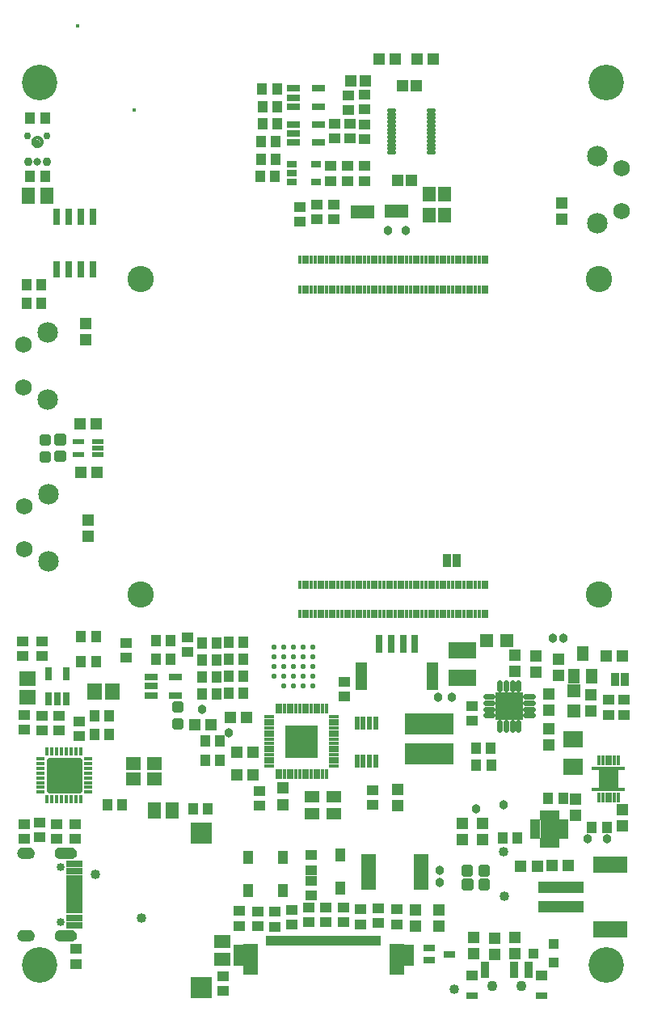
<source format=gbr>
G04 EAGLE Gerber RS-274X export*
G75*
%MOMM*%
%FSLAX34Y34*%
%LPD*%
%INSoldermask Top*%
%IPPOS*%
%AMOC8*
5,1,8,0,0,1.08239X$1,22.5*%
G01*
%ADD10R,1.124100X1.173400*%
%ADD11R,1.173400X1.124100*%
%ADD12R,2.903200X1.803200*%
%ADD13C,0.505344*%
%ADD14R,1.003200X1.353200*%
%ADD15C,0.965200*%
%ADD16R,1.653200X0.503200*%
%ADD17R,1.653200X0.803200*%
%ADD18R,1.653200X0.753200*%
%ADD19C,0.853200*%
%ADD20R,4.803200X1.203200*%
%ADD21R,3.603200X1.803200*%
%ADD22R,5.203200X2.203200*%
%ADD23R,1.603200X3.763200*%
%ADD24R,1.403200X1.403200*%
%ADD25R,2.203200X2.203200*%
%ADD26R,1.403200X1.603200*%
%ADD27R,1.253200X0.703200*%
%ADD28R,1.303200X1.203200*%
%ADD29R,1.203200X1.303200*%
%ADD30R,2.003200X1.803200*%
%ADD31R,0.403200X0.903200*%
%ADD32C,2.753200*%
%ADD33R,0.903200X1.703200*%
%ADD34R,1.203200X0.803200*%
%ADD35R,1.203200X1.003200*%
%ADD36C,1.103200*%
%ADD37R,0.838200X1.473200*%
%ADD38R,1.203200X1.603200*%
%ADD39C,3.719200*%
%ADD40R,2.903200X2.903200*%
%ADD41C,0.553200*%
%ADD42C,1.111200*%
%ADD43R,1.219200X0.558800*%
%ADD44R,0.403200X1.053200*%
%ADD45R,2.153200X2.153200*%
%ADD46R,1.203200X0.453200*%
%ADD47R,3.500000X0.450000*%
%ADD48R,1.053200X0.483200*%
%ADD49R,0.483200X1.053200*%
%ADD50R,1.903200X1.903200*%
%ADD51R,1.403200X0.753200*%
%ADD52R,0.503200X1.003200*%
%ADD53R,1.503200X3.253200*%
%ADD54C,0.555478*%
%ADD55R,0.350000X0.900000*%
%ADD56R,0.900000X0.350000*%
%ADD57R,1.603200X1.403200*%
%ADD58R,1.443200X1.703200*%
%ADD59R,1.703200X1.443200*%
%ADD60R,0.403200X0.403200*%
%ADD61R,0.609600X1.422400*%
%ADD62R,0.803200X1.903200*%
%ADD63R,1.203200X3.003200*%
%ADD64C,0.431800*%
%ADD65R,0.753200X1.403200*%
%ADD66R,1.703200X1.503200*%
%ADD67R,1.503200X1.703200*%
%ADD68R,1.016000X0.381000*%
%ADD69R,0.381000X1.016000*%
%ADD70R,3.403600X3.403600*%
%ADD71C,0.558800*%
%ADD72R,1.503200X1.253200*%
%ADD73R,1.103200X1.003200*%
%ADD74C,1.743200*%
%ADD75C,2.153200*%
%ADD76R,1.203200X1.173200*%
%ADD77R,1.003200X0.753200*%
%ADD78C,0.320000*%
%ADD79C,0.815200*%
%ADD80C,0.926200*%
%ADD81C,0.765200*%
%ADD82C,0.553200*%
%ADD83R,0.736600X1.663700*%
%ADD84C,1.016000*%

G36*
X257202Y84595D02*
X257202Y84595D01*
X257204Y84594D01*
X257247Y84614D01*
X257291Y84632D01*
X257291Y84634D01*
X257293Y84635D01*
X257326Y84720D01*
X257326Y106720D01*
X257325Y106722D01*
X257326Y106724D01*
X257306Y106767D01*
X257288Y106811D01*
X257286Y106811D01*
X257285Y106813D01*
X257200Y106846D01*
X246200Y106846D01*
X246198Y106845D01*
X246196Y106846D01*
X246153Y106826D01*
X246109Y106808D01*
X246109Y106806D01*
X246107Y106805D01*
X246074Y106720D01*
X246074Y84720D01*
X246075Y84718D01*
X246074Y84716D01*
X246094Y84673D01*
X246112Y84629D01*
X246114Y84629D01*
X246115Y84627D01*
X246200Y84594D01*
X257200Y84594D01*
X257202Y84595D01*
G37*
G36*
X434202Y84595D02*
X434202Y84595D01*
X434204Y84594D01*
X434247Y84614D01*
X434291Y84632D01*
X434291Y84634D01*
X434293Y84635D01*
X434326Y84720D01*
X434326Y106720D01*
X434325Y106722D01*
X434326Y106724D01*
X434306Y106767D01*
X434288Y106811D01*
X434286Y106811D01*
X434285Y106813D01*
X434200Y106846D01*
X423200Y106846D01*
X423198Y106845D01*
X423196Y106846D01*
X423153Y106826D01*
X423109Y106808D01*
X423109Y106806D01*
X423107Y106805D01*
X423074Y106720D01*
X423074Y84720D01*
X423075Y84718D01*
X423074Y84716D01*
X423094Y84673D01*
X423112Y84629D01*
X423114Y84629D01*
X423115Y84627D01*
X423200Y84594D01*
X434200Y84594D01*
X434202Y84595D01*
G37*
G36*
X76125Y196434D02*
X76125Y196434D01*
X76127Y196431D01*
X77407Y196626D01*
X77413Y196632D01*
X77417Y196629D01*
X78621Y197104D01*
X78626Y197111D01*
X78631Y197109D01*
X79699Y197840D01*
X79702Y197847D01*
X79708Y197847D01*
X80587Y198797D01*
X80587Y198805D01*
X80593Y198806D01*
X81238Y199927D01*
X81237Y199936D01*
X81243Y199938D01*
X81622Y201175D01*
X81620Y201183D01*
X81624Y201186D01*
X81719Y202476D01*
X81716Y202481D01*
X81719Y202483D01*
X81652Y203614D01*
X81647Y203619D01*
X81651Y203623D01*
X81364Y204720D01*
X81358Y204724D01*
X81361Y204729D01*
X80866Y205748D01*
X80860Y205751D01*
X80861Y205756D01*
X80177Y206659D01*
X80170Y206661D01*
X80170Y206666D01*
X79323Y207419D01*
X79316Y207419D01*
X79315Y207424D01*
X78338Y207997D01*
X78331Y207996D01*
X78329Y208001D01*
X77258Y208372D01*
X77252Y208369D01*
X77249Y208374D01*
X76127Y208529D01*
X76122Y208526D01*
X76120Y208529D01*
X64120Y208529D01*
X64115Y208526D01*
X64112Y208529D01*
X62845Y208324D01*
X62839Y208318D01*
X62835Y208321D01*
X61645Y207839D01*
X61641Y207832D01*
X61635Y207834D01*
X60582Y207100D01*
X60580Y207092D01*
X60574Y207093D01*
X59711Y206143D01*
X59710Y206134D01*
X59705Y206134D01*
X59075Y205015D01*
X59076Y205007D01*
X59070Y205005D01*
X58705Y203775D01*
X58708Y203767D01*
X58703Y203764D01*
X58621Y202483D01*
X58624Y202479D01*
X58621Y202477D01*
X58703Y201196D01*
X58709Y201190D01*
X58705Y201185D01*
X59070Y199955D01*
X59077Y199950D01*
X59075Y199945D01*
X59705Y198826D01*
X59712Y198823D01*
X59711Y198817D01*
X60574Y197867D01*
X60582Y197866D01*
X60582Y197860D01*
X61635Y197126D01*
X61643Y197126D01*
X61645Y197121D01*
X62835Y196639D01*
X62842Y196641D01*
X62845Y196636D01*
X64112Y196431D01*
X64117Y196434D01*
X64120Y196431D01*
X76120Y196431D01*
X76125Y196434D01*
G37*
G36*
X76125Y110034D02*
X76125Y110034D01*
X76127Y110031D01*
X77407Y110226D01*
X77413Y110232D01*
X77417Y110229D01*
X78621Y110704D01*
X78626Y110711D01*
X78631Y110709D01*
X79699Y111440D01*
X79702Y111447D01*
X79708Y111447D01*
X80587Y112397D01*
X80587Y112405D01*
X80593Y112406D01*
X81238Y113527D01*
X81237Y113536D01*
X81243Y113538D01*
X81622Y114775D01*
X81620Y114783D01*
X81624Y114786D01*
X81719Y116076D01*
X81716Y116081D01*
X81719Y116083D01*
X81652Y117214D01*
X81647Y117219D01*
X81651Y117223D01*
X81364Y118320D01*
X81358Y118324D01*
X81361Y118329D01*
X80866Y119348D01*
X80860Y119351D01*
X80861Y119356D01*
X80177Y120259D01*
X80170Y120261D01*
X80170Y120266D01*
X79323Y121019D01*
X79316Y121019D01*
X79315Y121024D01*
X78338Y121597D01*
X78331Y121596D01*
X78329Y121601D01*
X77258Y121972D01*
X77252Y121969D01*
X77249Y121974D01*
X76127Y122129D01*
X76122Y122126D01*
X76120Y122129D01*
X64120Y122129D01*
X64115Y122126D01*
X64112Y122129D01*
X62845Y121924D01*
X62839Y121918D01*
X62835Y121921D01*
X61645Y121439D01*
X61641Y121432D01*
X61635Y121434D01*
X60582Y120700D01*
X60580Y120692D01*
X60574Y120693D01*
X59711Y119743D01*
X59710Y119734D01*
X59705Y119734D01*
X59075Y118615D01*
X59076Y118607D01*
X59070Y118605D01*
X58705Y117375D01*
X58708Y117367D01*
X58703Y117364D01*
X58621Y116083D01*
X58624Y116079D01*
X58621Y116077D01*
X58703Y114796D01*
X58709Y114790D01*
X58705Y114785D01*
X59070Y113555D01*
X59077Y113550D01*
X59075Y113545D01*
X59705Y112426D01*
X59712Y112423D01*
X59711Y112417D01*
X60574Y111467D01*
X60582Y111466D01*
X60582Y111460D01*
X61635Y110726D01*
X61643Y110726D01*
X61645Y110721D01*
X62835Y110239D01*
X62842Y110241D01*
X62845Y110236D01*
X64112Y110031D01*
X64117Y110034D01*
X64120Y110031D01*
X76120Y110031D01*
X76125Y110034D01*
G37*
G36*
X31323Y196433D02*
X31323Y196433D01*
X31325Y196431D01*
X32501Y196542D01*
X32506Y196547D01*
X32510Y196544D01*
X33642Y196882D01*
X33646Y196888D01*
X33651Y196886D01*
X34695Y197438D01*
X34698Y197445D01*
X34703Y197443D01*
X35619Y198189D01*
X35620Y198196D01*
X35626Y198196D01*
X36379Y199106D01*
X36379Y199113D01*
X36384Y199114D01*
X36945Y200153D01*
X36944Y200158D01*
X36948Y200160D01*
X36947Y200161D01*
X36949Y200162D01*
X37296Y201291D01*
X37296Y201292D01*
X37297Y201293D01*
X37294Y201297D01*
X37298Y201300D01*
X37419Y202475D01*
X37415Y202482D01*
X37419Y202486D01*
X37262Y203826D01*
X37257Y203832D01*
X37260Y203837D01*
X36809Y205108D01*
X36802Y205113D01*
X36804Y205118D01*
X36082Y206257D01*
X36074Y206260D01*
X36075Y206266D01*
X35117Y207216D01*
X35109Y207217D01*
X35108Y207223D01*
X33963Y207936D01*
X33955Y207935D01*
X33953Y207941D01*
X32677Y208381D01*
X32670Y208379D01*
X32667Y208383D01*
X31325Y208529D01*
X31322Y208527D01*
X31320Y208529D01*
X25320Y208529D01*
X25317Y208527D01*
X25314Y208529D01*
X23985Y208374D01*
X23979Y208368D01*
X23975Y208371D01*
X22714Y207924D01*
X22709Y207917D01*
X22704Y207919D01*
X21574Y207202D01*
X21571Y207195D01*
X21565Y207196D01*
X20623Y206246D01*
X20622Y206237D01*
X20616Y206237D01*
X19909Y205101D01*
X19910Y205093D01*
X19904Y205091D01*
X19468Y203826D01*
X19470Y203818D01*
X19465Y203816D01*
X19321Y202485D01*
X19325Y202479D01*
X19321Y202475D01*
X19431Y201309D01*
X19436Y201304D01*
X19433Y201300D01*
X19768Y200177D01*
X19774Y200173D01*
X19772Y200169D01*
X20320Y199133D01*
X20326Y199130D01*
X20325Y199125D01*
X21064Y198217D01*
X21071Y198215D01*
X21071Y198210D01*
X21973Y197463D01*
X21981Y197463D01*
X21981Y197458D01*
X23012Y196901D01*
X23019Y196902D01*
X23021Y196897D01*
X24140Y196553D01*
X24147Y196555D01*
X24150Y196551D01*
X25315Y196431D01*
X25318Y196433D01*
X25320Y196431D01*
X31320Y196431D01*
X31323Y196433D01*
G37*
G36*
X31323Y110033D02*
X31323Y110033D01*
X31325Y110031D01*
X32501Y110142D01*
X32506Y110147D01*
X32510Y110144D01*
X33642Y110482D01*
X33646Y110488D01*
X33651Y110486D01*
X34695Y111038D01*
X34698Y111045D01*
X34703Y111043D01*
X35619Y111789D01*
X35620Y111796D01*
X35626Y111796D01*
X36379Y112706D01*
X36379Y112713D01*
X36384Y112714D01*
X36945Y113753D01*
X36944Y113758D01*
X36948Y113760D01*
X36947Y113761D01*
X36949Y113762D01*
X37296Y114891D01*
X37296Y114892D01*
X37297Y114893D01*
X37294Y114897D01*
X37298Y114900D01*
X37419Y116075D01*
X37415Y116082D01*
X37419Y116086D01*
X37262Y117426D01*
X37257Y117432D01*
X37260Y117437D01*
X36809Y118708D01*
X36802Y118713D01*
X36804Y118718D01*
X36082Y119857D01*
X36074Y119860D01*
X36075Y119866D01*
X35117Y120816D01*
X35109Y120817D01*
X35108Y120823D01*
X33963Y121536D01*
X33955Y121535D01*
X33953Y121541D01*
X32677Y121981D01*
X32670Y121979D01*
X32667Y121983D01*
X31325Y122129D01*
X31322Y122127D01*
X31320Y122129D01*
X25320Y122129D01*
X25317Y122127D01*
X25314Y122129D01*
X23985Y121974D01*
X23979Y121968D01*
X23975Y121971D01*
X22714Y121524D01*
X22709Y121517D01*
X22704Y121519D01*
X21574Y120802D01*
X21571Y120795D01*
X21565Y120796D01*
X20623Y119846D01*
X20622Y119837D01*
X20616Y119837D01*
X19909Y118701D01*
X19910Y118693D01*
X19904Y118691D01*
X19468Y117426D01*
X19470Y117418D01*
X19465Y117416D01*
X19321Y116085D01*
X19325Y116079D01*
X19321Y116075D01*
X19431Y114909D01*
X19436Y114904D01*
X19433Y114900D01*
X19768Y113777D01*
X19774Y113773D01*
X19772Y113769D01*
X20320Y112733D01*
X20326Y112730D01*
X20325Y112725D01*
X21064Y111817D01*
X21071Y111815D01*
X21071Y111810D01*
X21973Y111063D01*
X21981Y111063D01*
X21981Y111058D01*
X23012Y110501D01*
X23019Y110502D01*
X23021Y110497D01*
X24140Y110153D01*
X24147Y110155D01*
X24150Y110151D01*
X25315Y110031D01*
X25318Y110033D01*
X25320Y110031D01*
X31320Y110031D01*
X31323Y110033D01*
G37*
D10*
X499634Y312530D03*
X515126Y312530D03*
D11*
X324420Y130034D03*
X324420Y145526D03*
X342480Y130224D03*
X342480Y145716D03*
X306870Y127884D03*
X306870Y143376D03*
X289040Y125544D03*
X289040Y141036D03*
X251830Y141806D03*
X251830Y126314D03*
X271210Y125944D03*
X271210Y141436D03*
X327188Y157922D03*
X327188Y173414D03*
X416840Y143576D03*
X416840Y128084D03*
X327494Y184798D03*
X327494Y200290D03*
X638570Y347368D03*
X638570Y362860D03*
X495364Y356466D03*
X495364Y340974D03*
X654532Y347448D03*
X654532Y362940D03*
D10*
X575468Y259730D03*
X590960Y259730D03*
X543264Y218674D03*
X527772Y218674D03*
X621274Y229320D03*
X636766Y229320D03*
D11*
X365752Y995858D03*
X365752Y980366D03*
X81120Y102106D03*
X81120Y86614D03*
X351922Y966308D03*
X351922Y950816D03*
X383162Y996348D03*
X383162Y980856D03*
D10*
X291368Y1002052D03*
X275876Y1002052D03*
X291868Y966052D03*
X276376Y966052D03*
D11*
X382682Y965268D03*
X382682Y949776D03*
X367492Y966038D03*
X367492Y950546D03*
D10*
X500134Y294970D03*
X515626Y294970D03*
D11*
X397450Y129234D03*
X397450Y144726D03*
D12*
X485630Y386410D03*
X485630Y414410D03*
D10*
X291668Y983952D03*
X276176Y983952D03*
D11*
X378620Y128164D03*
X378620Y143656D03*
X360920Y129934D03*
X360920Y145426D03*
D13*
X67694Y631870D02*
X60714Y631870D01*
X60714Y638850D01*
X67694Y638850D01*
X67694Y631870D01*
X67694Y636670D02*
X60714Y636670D01*
X60714Y614330D02*
X67694Y614330D01*
X60714Y614330D02*
X60714Y621310D01*
X67694Y621310D01*
X67694Y614330D01*
X67694Y619130D02*
X60714Y619130D01*
D14*
X260990Y163340D03*
X260990Y198340D03*
X297480Y198200D03*
X297480Y163200D03*
X357540Y165680D03*
X357540Y200680D03*
D13*
X494498Y173204D02*
X494498Y166224D01*
X487518Y166224D01*
X487518Y173204D01*
X494498Y173204D01*
X494498Y171024D02*
X487518Y171024D01*
X512038Y173204D02*
X512038Y166224D01*
X505058Y166224D01*
X505058Y173204D01*
X512038Y173204D01*
X512038Y171024D02*
X505058Y171024D01*
X504738Y180664D02*
X504738Y187644D01*
X511718Y187644D01*
X511718Y180664D01*
X504738Y180664D01*
X504738Y185464D02*
X511718Y185464D01*
X487198Y187644D02*
X487198Y180664D01*
X487198Y187644D02*
X494178Y187644D01*
X494178Y180664D01*
X487198Y180664D01*
X487198Y185464D02*
X494178Y185464D01*
D15*
X591660Y427350D03*
D16*
X79320Y151780D03*
X79320Y156780D03*
D17*
X79320Y127030D03*
D18*
X79320Y134780D03*
D16*
X79320Y141780D03*
X79320Y146780D03*
X79320Y166780D03*
X79320Y161780D03*
D17*
X79320Y191530D03*
D18*
X79320Y183780D03*
D16*
X79320Y176780D03*
X79320Y171780D03*
D19*
X64870Y188180D03*
X64870Y130380D03*
D20*
X588640Y166430D03*
X588640Y146430D03*
D21*
X640640Y190430D03*
X640640Y122430D03*
D22*
X450796Y306166D03*
X450796Y338166D03*
D23*
X441930Y183230D03*
X387330Y183230D03*
D24*
X602530Y351640D03*
X602530Y372640D03*
X511120Y424650D03*
X532120Y424650D03*
D13*
X52310Y631408D02*
X45330Y631408D01*
X45330Y638388D01*
X52310Y638388D01*
X52310Y631408D01*
X52310Y636208D02*
X45330Y636208D01*
X45330Y613868D02*
X52310Y613868D01*
X45330Y613868D02*
X45330Y620848D01*
X52310Y620848D01*
X52310Y613868D01*
X52310Y618668D02*
X45330Y618668D01*
D25*
X212030Y61710D03*
X212030Y223710D03*
D26*
X450860Y870230D03*
X450860Y892230D03*
X466860Y870230D03*
X466860Y892230D03*
D27*
X450650Y103270D03*
X450650Y90270D03*
X471650Y96770D03*
D28*
X575960Y332350D03*
X575960Y315350D03*
D29*
X85310Y651552D03*
X102310Y651552D03*
D28*
X461010Y142930D03*
X461010Y125930D03*
D30*
X601656Y293330D03*
X601656Y321330D03*
D28*
X519050Y96750D03*
X519050Y113750D03*
D29*
X437968Y1033442D03*
X454968Y1033442D03*
X415472Y1033356D03*
X398472Y1033356D03*
D28*
X575960Y369340D03*
X575960Y352340D03*
X620068Y351206D03*
X620068Y368206D03*
X485870Y216430D03*
X485870Y233430D03*
D29*
X563820Y188860D03*
X546820Y188860D03*
D28*
X604308Y242384D03*
X604308Y259384D03*
D29*
X653298Y409050D03*
X636298Y409050D03*
D28*
X540270Y409670D03*
X540270Y392670D03*
X652960Y248420D03*
X652960Y231420D03*
X585900Y388390D03*
X585900Y405390D03*
X562700Y392070D03*
X562700Y409070D03*
D29*
X596328Y189758D03*
X579328Y189758D03*
D28*
X506660Y233550D03*
X506660Y216550D03*
D29*
X85464Y600708D03*
X102464Y600708D03*
D28*
X436400Y143090D03*
X436400Y126090D03*
D31*
X315220Y452790D03*
X315220Y483590D03*
X319220Y452790D03*
X319220Y483590D03*
X323220Y452790D03*
X323220Y483590D03*
X327220Y452790D03*
X327220Y483590D03*
X331220Y452790D03*
X331220Y483590D03*
X335220Y452790D03*
X335220Y483590D03*
X339220Y452790D03*
X339220Y483590D03*
X343220Y452790D03*
X343220Y483590D03*
X347220Y452790D03*
X347220Y483590D03*
X351220Y452790D03*
X351220Y483590D03*
X355220Y452790D03*
X355220Y483590D03*
X359220Y452790D03*
X359220Y483590D03*
X363220Y452790D03*
X363220Y483590D03*
X367220Y452790D03*
X367220Y483590D03*
X371220Y452790D03*
X371220Y483590D03*
X375220Y452790D03*
X375220Y483590D03*
X379220Y452790D03*
X379220Y483590D03*
X383220Y452790D03*
X383220Y483590D03*
X387220Y452790D03*
X387220Y483590D03*
X391220Y452790D03*
X391220Y483590D03*
X395220Y452790D03*
X395220Y483590D03*
X399220Y452790D03*
X399220Y483590D03*
X403220Y452790D03*
X403220Y483590D03*
X407220Y452790D03*
X407220Y483590D03*
X411220Y452790D03*
X411220Y483590D03*
X415220Y452790D03*
X415220Y483590D03*
X419220Y452790D03*
X419220Y483590D03*
X423220Y452790D03*
X423220Y483590D03*
X427220Y452790D03*
X427220Y483590D03*
X431220Y452790D03*
X431220Y483590D03*
X435220Y452790D03*
X435220Y483590D03*
X439220Y452790D03*
X439220Y483590D03*
X443220Y452790D03*
X443220Y483590D03*
X447220Y452790D03*
X447220Y483590D03*
X451220Y452790D03*
X451220Y483590D03*
X455220Y452790D03*
X455220Y483590D03*
X459220Y452790D03*
X459220Y483590D03*
X463220Y452790D03*
X463220Y483590D03*
X467220Y452790D03*
X467220Y483590D03*
X471220Y452790D03*
X471220Y483590D03*
X475220Y452790D03*
X475220Y483590D03*
X479220Y452790D03*
X479220Y483590D03*
X483220Y452790D03*
X483220Y483590D03*
X487220Y452790D03*
X487220Y483590D03*
X491220Y452790D03*
X491220Y483590D03*
X495220Y452790D03*
X495220Y483590D03*
X499220Y452790D03*
X499220Y483590D03*
X503220Y452790D03*
X503220Y483590D03*
X507220Y452790D03*
X507220Y483590D03*
X511220Y452790D03*
X511220Y483590D03*
X315220Y792790D03*
X315220Y823590D03*
X319220Y792790D03*
X319220Y823590D03*
X323220Y792790D03*
X323220Y823590D03*
X327220Y792790D03*
X327220Y823590D03*
X331220Y792790D03*
X331220Y823590D03*
X335220Y792790D03*
X335220Y823590D03*
X339220Y792790D03*
X339220Y823590D03*
X343220Y792790D03*
X343220Y823590D03*
X347220Y792790D03*
X347220Y823590D03*
X351220Y792790D03*
X351220Y823590D03*
X355220Y792790D03*
X355220Y823590D03*
X359220Y792790D03*
X359220Y823590D03*
X363220Y792790D03*
X363220Y823590D03*
X367220Y792790D03*
X367220Y823590D03*
X371220Y792790D03*
X371220Y823590D03*
X375220Y792790D03*
X375220Y823590D03*
X379220Y792790D03*
X379220Y823590D03*
X383220Y792790D03*
X383220Y823590D03*
X387220Y792790D03*
X387220Y823590D03*
X391220Y792790D03*
X391220Y823590D03*
X395220Y792790D03*
X395220Y823590D03*
X399220Y792790D03*
X399220Y823590D03*
X403220Y792790D03*
X403220Y823590D03*
X407220Y792790D03*
X407220Y823590D03*
X411220Y792790D03*
X411220Y823590D03*
X415220Y792790D03*
X415220Y823590D03*
X419220Y792790D03*
X419220Y823590D03*
X423220Y792790D03*
X423220Y823590D03*
X427220Y792790D03*
X427220Y823590D03*
X431220Y792790D03*
X431220Y823590D03*
X435220Y792790D03*
X435220Y823590D03*
X439220Y792790D03*
X439220Y823590D03*
X443220Y792790D03*
X443220Y823590D03*
X447220Y792790D03*
X447220Y823590D03*
X451220Y792790D03*
X451220Y823590D03*
X455220Y792790D03*
X455220Y823590D03*
X459220Y792790D03*
X459220Y823590D03*
X463220Y792790D03*
X463220Y823590D03*
X467220Y792790D03*
X467220Y823590D03*
X471220Y792790D03*
X471220Y823590D03*
X475220Y792790D03*
X475220Y823590D03*
X479220Y792790D03*
X479220Y823590D03*
X483220Y792790D03*
X483220Y823590D03*
X487220Y792790D03*
X487220Y823590D03*
X491220Y792790D03*
X491220Y823590D03*
X495220Y792790D03*
X495220Y823590D03*
X499220Y792790D03*
X499220Y823590D03*
X503220Y792790D03*
X503220Y823590D03*
X507220Y792790D03*
X507220Y823590D03*
X511220Y792790D03*
X511220Y823590D03*
D32*
X628220Y803190D03*
X628220Y473190D03*
X148220Y473190D03*
X148220Y803190D03*
D15*
X580230Y427350D03*
D33*
X554600Y80720D03*
X539600Y80720D03*
X509600Y80720D03*
D34*
X568600Y53220D03*
D35*
X568600Y74220D03*
D34*
X495600Y53220D03*
D35*
X495600Y74220D03*
D36*
X547100Y63220D03*
X517100Y63220D03*
D37*
X645812Y384352D03*
X655972Y384352D03*
X479852Y508732D03*
X469692Y508732D03*
D38*
X611880Y411780D03*
X621380Y387780D03*
X602380Y387780D03*
D39*
X636110Y1009010D03*
X43020Y1009010D03*
D40*
X534340Y356580D03*
D41*
X516840Y366330D02*
X509840Y366330D01*
X509840Y359830D02*
X516840Y359830D01*
X516840Y353330D02*
X509840Y353330D01*
X509840Y346830D02*
X516840Y346830D01*
X524590Y339080D02*
X524590Y332080D01*
X531090Y332080D02*
X531090Y339080D01*
X537590Y339080D02*
X537590Y332080D01*
X544090Y332080D02*
X544090Y339080D01*
X551840Y346830D02*
X558840Y346830D01*
X558840Y353330D02*
X551840Y353330D01*
X551840Y359830D02*
X558840Y359830D01*
X558840Y366330D02*
X551840Y366330D01*
X544090Y374080D02*
X544090Y381080D01*
X537590Y381080D02*
X537590Y374080D01*
X531090Y374080D02*
X531090Y381080D01*
X524590Y381080D02*
X524590Y374080D01*
D42*
X534340Y356580D03*
X525340Y365580D03*
X543340Y365580D03*
X543340Y347580D03*
X525340Y347580D03*
D43*
X103924Y619666D03*
X103924Y626270D03*
X103924Y632874D03*
X83604Y632874D03*
X83604Y619666D03*
D44*
X648658Y300034D03*
X644658Y300034D03*
X640658Y300034D03*
X636658Y300034D03*
X632658Y300034D03*
X628658Y300034D03*
X628658Y260534D03*
X632658Y260534D03*
X636658Y260534D03*
X640658Y260534D03*
X644658Y260534D03*
X648658Y260534D03*
D45*
X638658Y280284D03*
D46*
X650158Y269284D03*
X627158Y291284D03*
X650158Y291284D03*
X627158Y269284D03*
D47*
X638658Y269284D03*
X638658Y291284D03*
D48*
X591470Y220220D03*
X591470Y225220D03*
X591470Y230220D03*
X591470Y235220D03*
D49*
X584220Y242470D03*
X579220Y242470D03*
X574220Y242470D03*
X569220Y242470D03*
D48*
X561970Y235220D03*
X561970Y230220D03*
X561970Y225220D03*
X561970Y220220D03*
D49*
X569220Y212970D03*
X574220Y212970D03*
X579220Y212970D03*
X584220Y212970D03*
D50*
X576720Y227720D03*
D51*
X308811Y1003022D03*
X308811Y993522D03*
X308811Y984022D03*
X334813Y984022D03*
X334813Y1003022D03*
X308811Y965482D03*
X308811Y955982D03*
X308811Y946482D03*
X334813Y946482D03*
X334813Y965482D03*
D39*
X43020Y85720D03*
X636110Y85720D03*
D15*
X474820Y365882D03*
X637380Y217800D03*
X462120Y184780D03*
X462120Y172080D03*
X407510Y854070D03*
X426560Y854070D03*
X528414Y253360D03*
X460088Y365882D03*
X617060Y217800D03*
X499966Y248788D03*
D52*
X282700Y110720D03*
X287700Y110720D03*
X292700Y110720D03*
X297700Y110720D03*
X302700Y110720D03*
X307700Y110720D03*
X312700Y110720D03*
X317700Y110720D03*
X322700Y110720D03*
X327700Y110720D03*
X332700Y110720D03*
X337700Y110720D03*
X342700Y110720D03*
X347700Y110720D03*
X352700Y110720D03*
X357700Y110720D03*
X362700Y110720D03*
X367700Y110720D03*
X372700Y110720D03*
X377700Y110720D03*
X382700Y110720D03*
X387700Y110720D03*
X392700Y110720D03*
X397700Y110720D03*
D53*
X263700Y91470D03*
X416700Y91470D03*
D54*
X83905Y268101D02*
X83905Y299579D01*
X83905Y268101D02*
X52427Y268101D01*
X52427Y299579D01*
X83905Y299579D01*
X83905Y273378D02*
X52427Y273378D01*
X52427Y278655D02*
X83905Y278655D01*
X83905Y283932D02*
X52427Y283932D01*
X52427Y289209D02*
X83905Y289209D01*
X83905Y294486D02*
X52427Y294486D01*
D55*
X50666Y258840D03*
X55666Y258840D03*
X60666Y258840D03*
X65666Y258840D03*
X70666Y258840D03*
X75666Y258840D03*
X80666Y258840D03*
X85666Y258840D03*
D56*
X93166Y266340D03*
X93166Y271340D03*
X93166Y276340D03*
X93166Y281340D03*
X93166Y286340D03*
X93166Y291340D03*
X93166Y296340D03*
X93166Y301340D03*
D55*
X85666Y308840D03*
X80666Y308840D03*
X75666Y308840D03*
X70666Y308840D03*
X65666Y308840D03*
X60666Y308840D03*
X55666Y308840D03*
X50666Y308840D03*
D56*
X43166Y301340D03*
X43166Y296340D03*
X43166Y291340D03*
X43166Y286340D03*
X43166Y281340D03*
X43166Y276340D03*
X43166Y271340D03*
X43166Y266340D03*
D11*
X26510Y233166D03*
X26510Y217674D03*
X79850Y233166D03*
X79850Y217674D03*
D57*
X140506Y296196D03*
X162506Y296196D03*
X140506Y280196D03*
X162506Y280196D03*
D11*
X26510Y331720D03*
X26510Y347212D03*
X60800Y233166D03*
X60800Y217674D03*
D10*
X113760Y253360D03*
X129252Y253360D03*
X32734Y971926D03*
X48226Y971926D03*
X48226Y911220D03*
X32734Y911220D03*
D58*
X49980Y890900D03*
X30980Y890900D03*
D10*
X28924Y778124D03*
X44416Y778124D03*
X28924Y797174D03*
X44416Y797174D03*
D11*
X43020Y234436D03*
X43020Y218944D03*
D59*
X234310Y109990D03*
X234310Y90990D03*
D58*
X162806Y247518D03*
X181806Y247518D03*
D11*
X235082Y73880D03*
X235082Y58388D03*
D10*
X203488Y248798D03*
X218980Y248798D03*
X100364Y327030D03*
X115856Y327030D03*
X100044Y346070D03*
X115536Y346070D03*
X290288Y947542D03*
X274796Y947542D03*
X290288Y928492D03*
X274796Y928492D03*
D60*
X142130Y980360D03*
X82130Y1068360D03*
D61*
X394584Y338591D03*
X388084Y338591D03*
X381584Y338591D03*
X375084Y338591D03*
X375084Y298713D03*
X381584Y298713D03*
X388084Y298713D03*
X394584Y298713D03*
D62*
X435780Y421390D03*
D63*
X379780Y387890D03*
X454280Y387890D03*
D62*
X423280Y421390D03*
X410780Y421390D03*
X398280Y421390D03*
D28*
X417702Y269476D03*
X417702Y252476D03*
D11*
X362078Y366270D03*
X362078Y381762D03*
D64*
X450087Y980400D02*
X454913Y980400D01*
X413313Y980400D02*
X408487Y980400D01*
X450087Y976400D02*
X454913Y976400D01*
X413313Y976400D02*
X408487Y976400D01*
X450087Y972400D02*
X454913Y972400D01*
X413313Y972400D02*
X408487Y972400D01*
X450087Y968400D02*
X454913Y968400D01*
X413313Y968400D02*
X408487Y968400D01*
X450087Y964400D02*
X454913Y964400D01*
X413313Y964400D02*
X408487Y964400D01*
X450087Y960400D02*
X454913Y960400D01*
X413313Y960400D02*
X408487Y960400D01*
X450087Y956400D02*
X454913Y956400D01*
X413313Y956400D02*
X408487Y956400D01*
X450087Y952400D02*
X454913Y952400D01*
X413313Y952400D02*
X408487Y952400D01*
X450087Y948400D02*
X454913Y948400D01*
X413313Y948400D02*
X408487Y948400D01*
X450087Y944400D02*
X454913Y944400D01*
X413313Y944400D02*
X408487Y944400D01*
X450087Y940400D02*
X454913Y940400D01*
X413313Y940400D02*
X408487Y940400D01*
X450087Y936400D02*
X454913Y936400D01*
X413313Y936400D02*
X408487Y936400D01*
D11*
X45340Y330964D03*
X45340Y346456D03*
X63120Y330964D03*
X63120Y346456D03*
D65*
X51700Y364139D03*
X61200Y364139D03*
X70700Y364139D03*
X70700Y390141D03*
X51700Y390141D03*
D11*
X84200Y340612D03*
X84200Y325120D03*
X25020Y408688D03*
X25020Y424180D03*
D10*
X86108Y429640D03*
X101600Y429640D03*
X86108Y402716D03*
X101600Y402716D03*
D66*
X29930Y365870D03*
X29930Y384870D03*
D67*
X99932Y371974D03*
X118932Y371974D03*
D11*
X45340Y408688D03*
X45340Y424180D03*
D68*
X283164Y345570D03*
X283164Y341570D03*
X283164Y337570D03*
X283164Y333570D03*
X283164Y329570D03*
X283164Y325570D03*
X283164Y321570D03*
X283164Y317570D03*
X283164Y313570D03*
X283164Y309570D03*
X283164Y305570D03*
X283164Y301570D03*
X283164Y297570D03*
X283164Y293570D03*
D69*
X291200Y285534D03*
X295200Y285534D03*
X299200Y285534D03*
X303200Y285534D03*
X307200Y285534D03*
X311200Y285534D03*
X315200Y285534D03*
X319200Y285534D03*
X323200Y285534D03*
X327200Y285534D03*
X331200Y285534D03*
X335200Y285534D03*
X339200Y285534D03*
X343200Y285534D03*
D68*
X351236Y293570D03*
X351236Y297570D03*
X351236Y301570D03*
X351236Y305570D03*
X351236Y309570D03*
X351236Y313570D03*
X351236Y317570D03*
X351236Y321570D03*
X351236Y325570D03*
X351236Y329570D03*
X351236Y333570D03*
X351236Y337570D03*
X351236Y341570D03*
X351236Y345570D03*
D69*
X343200Y353606D03*
X339200Y353606D03*
X335200Y353606D03*
X331200Y353606D03*
X327200Y353606D03*
X323200Y353606D03*
X319200Y353606D03*
X315200Y353606D03*
X311200Y353606D03*
X307200Y353606D03*
X303200Y353606D03*
X299200Y353606D03*
X295200Y353606D03*
X291200Y353606D03*
D70*
X317200Y319570D03*
D10*
X240540Y405764D03*
X256032Y405764D03*
X240540Y387984D03*
X256032Y387984D03*
X180084Y425324D03*
X164592Y425324D03*
D11*
X197232Y412752D03*
X197232Y428244D03*
D10*
X228344Y387224D03*
X212852Y387224D03*
X228344Y405004D03*
X212852Y405004D03*
X228344Y422784D03*
X212852Y422784D03*
X240540Y423544D03*
X256032Y423544D03*
D29*
X249446Y308228D03*
X266446Y308228D03*
X249446Y284860D03*
X266446Y284860D03*
D10*
X228344Y369444D03*
X212852Y369444D03*
X231392Y319660D03*
X215900Y319660D03*
X231392Y299340D03*
X215900Y299340D03*
D51*
X159211Y386704D03*
X159211Y377204D03*
X159211Y367704D03*
X185213Y367704D03*
X185213Y386704D03*
D10*
X164340Y405764D03*
X179832Y405764D03*
X240540Y370204D03*
X256032Y370204D03*
D11*
X133476Y422400D03*
X133476Y406908D03*
D71*
X288526Y387858D03*
X288526Y397858D03*
X288526Y407858D03*
X288526Y417858D03*
X298526Y377858D03*
X298526Y387858D03*
X298526Y397858D03*
X298526Y407858D03*
X298526Y417858D03*
X308526Y377858D03*
X308526Y387858D03*
X308526Y397858D03*
X308526Y407858D03*
X308526Y417858D03*
X318526Y377858D03*
X318526Y387858D03*
X318526Y397858D03*
X318526Y407858D03*
X318526Y417858D03*
X328526Y377858D03*
X328526Y387858D03*
X328526Y397858D03*
X328526Y407858D03*
X328526Y417858D03*
D15*
X241048Y328360D03*
X212600Y352820D03*
D29*
X259824Y344806D03*
X242824Y344806D03*
D72*
X350686Y261618D03*
X327686Y261618D03*
X327686Y244118D03*
X350686Y244118D03*
D11*
X391794Y268222D03*
X391794Y252730D03*
X273176Y267460D03*
X273176Y251968D03*
D28*
X297306Y270492D03*
X297306Y253492D03*
D73*
X580940Y88190D03*
X580940Y107190D03*
X559940Y97690D03*
D28*
X540640Y97300D03*
X540640Y114300D03*
X497460Y97300D03*
X497460Y114300D03*
D74*
X26010Y735100D03*
X26010Y690100D03*
D75*
X50910Y677550D03*
X50910Y747650D03*
D28*
X91060Y739920D03*
X91060Y756920D03*
D74*
X26700Y565800D03*
X26700Y520800D03*
D75*
X51600Y508250D03*
X51600Y578350D03*
D28*
X93600Y534180D03*
X93600Y551180D03*
D74*
X651990Y874380D03*
X651990Y919380D03*
D75*
X627090Y931930D03*
X627090Y861830D03*
D28*
X589660Y883140D03*
X589660Y866140D03*
D76*
X422900Y1005910D03*
X437600Y1005910D03*
X417820Y906880D03*
X432520Y906880D03*
X369052Y1010542D03*
X383752Y1010542D03*
D37*
X424538Y874340D03*
X416410Y874340D03*
X408282Y874340D03*
X373022Y873310D03*
X381150Y873310D03*
X389278Y873310D03*
D77*
X306912Y923782D03*
X306912Y914282D03*
X306912Y904782D03*
X332412Y904782D03*
X332412Y923782D03*
D11*
X365632Y921764D03*
X365632Y906272D03*
X347852Y921764D03*
X347852Y906272D03*
X383412Y921764D03*
X383412Y906272D03*
X333120Y881632D03*
X333120Y866140D03*
X350900Y881632D03*
X350900Y866140D03*
X315340Y879092D03*
X315340Y863600D03*
D10*
X289304Y910972D03*
X273812Y910972D03*
D13*
X190942Y341430D02*
X183962Y341430D01*
X190942Y341430D02*
X190942Y334450D01*
X183962Y334450D01*
X183962Y341430D01*
X183962Y339250D02*
X190942Y339250D01*
X190942Y358970D02*
X183962Y358970D01*
X190942Y358970D02*
X190942Y351990D01*
X183962Y351990D01*
X183962Y358970D01*
X183962Y356790D02*
X190942Y356790D01*
D29*
X204860Y336804D03*
X221860Y336804D03*
D78*
X35801Y946891D02*
X35803Y947026D01*
X35809Y947161D01*
X35819Y947296D01*
X35833Y947431D01*
X35851Y947565D01*
X35873Y947698D01*
X35898Y947831D01*
X35928Y947963D01*
X35962Y948094D01*
X35999Y948224D01*
X36040Y948353D01*
X36085Y948480D01*
X36134Y948606D01*
X36186Y948731D01*
X36243Y948854D01*
X36302Y948976D01*
X36366Y949095D01*
X36432Y949213D01*
X36502Y949328D01*
X36576Y949442D01*
X36653Y949553D01*
X36733Y949662D01*
X36816Y949769D01*
X36903Y949873D01*
X36992Y949974D01*
X37085Y950073D01*
X37180Y950169D01*
X37278Y950262D01*
X37379Y950352D01*
X37482Y950439D01*
X37588Y950523D01*
X37696Y950604D01*
X37807Y950682D01*
X37920Y950756D01*
X38035Y950827D01*
X38152Y950895D01*
X38271Y950959D01*
X38392Y951020D01*
X38515Y951077D01*
X38639Y951130D01*
X38765Y951180D01*
X38892Y951226D01*
X39021Y951268D01*
X39150Y951306D01*
X39281Y951341D01*
X39413Y951372D01*
X39545Y951398D01*
X39679Y951421D01*
X39813Y951440D01*
X39947Y951455D01*
X40082Y951466D01*
X40217Y951473D01*
X40352Y951476D01*
X40487Y951475D01*
X40623Y951470D01*
X40758Y951461D01*
X40892Y951448D01*
X41026Y951431D01*
X41160Y951410D01*
X41293Y951385D01*
X41425Y951357D01*
X41556Y951324D01*
X41687Y951288D01*
X41816Y951247D01*
X41944Y951203D01*
X42070Y951156D01*
X42195Y951104D01*
X42319Y951049D01*
X42440Y950990D01*
X42560Y950928D01*
X42678Y950862D01*
X42795Y950792D01*
X42909Y950720D01*
X43020Y950644D01*
X43130Y950564D01*
X43237Y950482D01*
X43342Y950396D01*
X43444Y950307D01*
X43543Y950216D01*
X43640Y950121D01*
X43734Y950024D01*
X43825Y949924D01*
X43913Y949821D01*
X43998Y949716D01*
X44079Y949608D01*
X44158Y949498D01*
X44233Y949385D01*
X44305Y949271D01*
X44374Y949154D01*
X44439Y949036D01*
X44500Y948915D01*
X44558Y948793D01*
X44612Y948669D01*
X44663Y948544D01*
X44710Y948417D01*
X44753Y948289D01*
X44792Y948159D01*
X44828Y948029D01*
X44859Y947897D01*
X44887Y947765D01*
X44911Y947632D01*
X44931Y947498D01*
X44947Y947364D01*
X44959Y947229D01*
X44967Y947094D01*
X44971Y946959D01*
X44971Y946823D01*
X44967Y946688D01*
X44959Y946553D01*
X44947Y946418D01*
X44931Y946284D01*
X44911Y946150D01*
X44887Y946017D01*
X44859Y945885D01*
X44828Y945753D01*
X44792Y945623D01*
X44753Y945493D01*
X44710Y945365D01*
X44663Y945238D01*
X44612Y945113D01*
X44558Y944989D01*
X44500Y944867D01*
X44439Y944746D01*
X44374Y944628D01*
X44305Y944511D01*
X44233Y944397D01*
X44158Y944284D01*
X44079Y944174D01*
X43998Y944066D01*
X43913Y943961D01*
X43825Y943858D01*
X43734Y943758D01*
X43640Y943661D01*
X43543Y943566D01*
X43444Y943475D01*
X43342Y943386D01*
X43237Y943300D01*
X43130Y943218D01*
X43020Y943138D01*
X42909Y943062D01*
X42795Y942990D01*
X42679Y942920D01*
X42560Y942854D01*
X42440Y942792D01*
X42319Y942733D01*
X42195Y942678D01*
X42070Y942626D01*
X41944Y942579D01*
X41816Y942535D01*
X41687Y942494D01*
X41556Y942458D01*
X41425Y942425D01*
X41293Y942397D01*
X41160Y942372D01*
X41026Y942351D01*
X40892Y942334D01*
X40758Y942321D01*
X40623Y942312D01*
X40487Y942307D01*
X40352Y942306D01*
X40217Y942309D01*
X40082Y942316D01*
X39947Y942327D01*
X39813Y942342D01*
X39679Y942361D01*
X39545Y942384D01*
X39413Y942410D01*
X39281Y942441D01*
X39150Y942476D01*
X39021Y942514D01*
X38892Y942556D01*
X38765Y942602D01*
X38639Y942652D01*
X38515Y942705D01*
X38392Y942762D01*
X38271Y942823D01*
X38152Y942887D01*
X38035Y942955D01*
X37920Y943026D01*
X37807Y943100D01*
X37696Y943178D01*
X37588Y943259D01*
X37482Y943343D01*
X37379Y943430D01*
X37278Y943520D01*
X37180Y943613D01*
X37085Y943709D01*
X36992Y943808D01*
X36903Y943909D01*
X36816Y944013D01*
X36733Y944120D01*
X36653Y944229D01*
X36576Y944340D01*
X36502Y944454D01*
X36432Y944569D01*
X36366Y944687D01*
X36302Y944806D01*
X36243Y944928D01*
X36186Y945051D01*
X36134Y945176D01*
X36085Y945302D01*
X36040Y945429D01*
X35999Y945558D01*
X35962Y945688D01*
X35928Y945819D01*
X35898Y945951D01*
X35873Y946084D01*
X35851Y946217D01*
X35833Y946351D01*
X35819Y946486D01*
X35809Y946621D01*
X35803Y946756D01*
X35801Y946891D01*
D79*
X40386Y925861D03*
D80*
X50046Y925861D03*
D81*
X50536Y953231D03*
X30236Y953231D03*
D80*
X30726Y925861D03*
D82*
X40386Y946891D03*
D83*
X98298Y868489D03*
X85598Y868489D03*
X72898Y868489D03*
X60198Y868489D03*
X60198Y814007D03*
X72898Y814007D03*
X85598Y814007D03*
X98298Y814007D03*
D84*
X101346Y180594D03*
X149352Y134874D03*
X477012Y60198D03*
X529590Y157734D03*
X528828Y204216D03*
M02*

</source>
